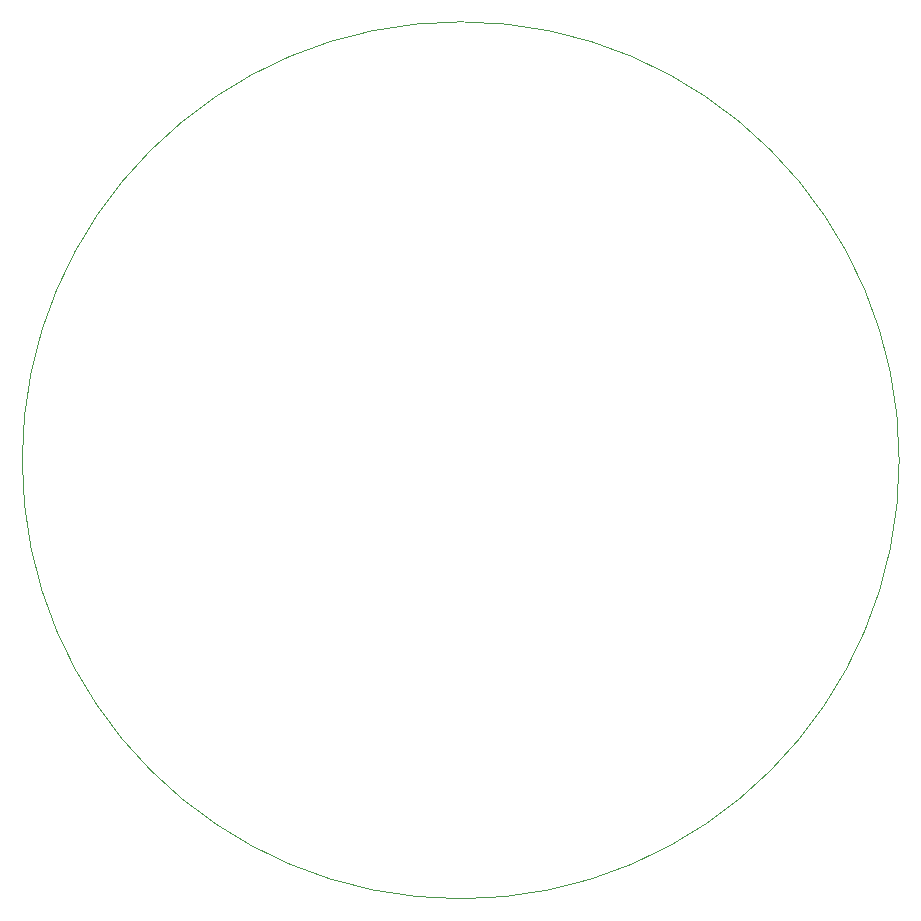
<source format=gbr>
%TF.GenerationSoftware,KiCad,Pcbnew,5.1.9+dfsg1-1+deb11u1*%
%TF.CreationDate,2022-11-12T21:31:23+01:00*%
%TF.ProjectId,ultrasonic_board,756c7472-6173-46f6-9e69-635f626f6172,rev?*%
%TF.SameCoordinates,PX8b48bd0PY4eb9cf0*%
%TF.FileFunction,Profile,NP*%
%FSLAX46Y46*%
G04 Gerber Fmt 4.6, Leading zero omitted, Abs format (unit mm)*
G04 Created by KiCad (PCBNEW 5.1.9+dfsg1-1+deb11u1) date 2022-11-12 21:31:23*
%MOMM*%
%LPD*%
G01*
G04 APERTURE LIST*
%TA.AperFunction,Profile*%
%ADD10C,0.050000*%
%TD*%
G04 APERTURE END LIST*
D10*
X37124427Y0D02*
G75*
G03*
X37124427Y0I-37124427J0D01*
G01*
M02*

</source>
